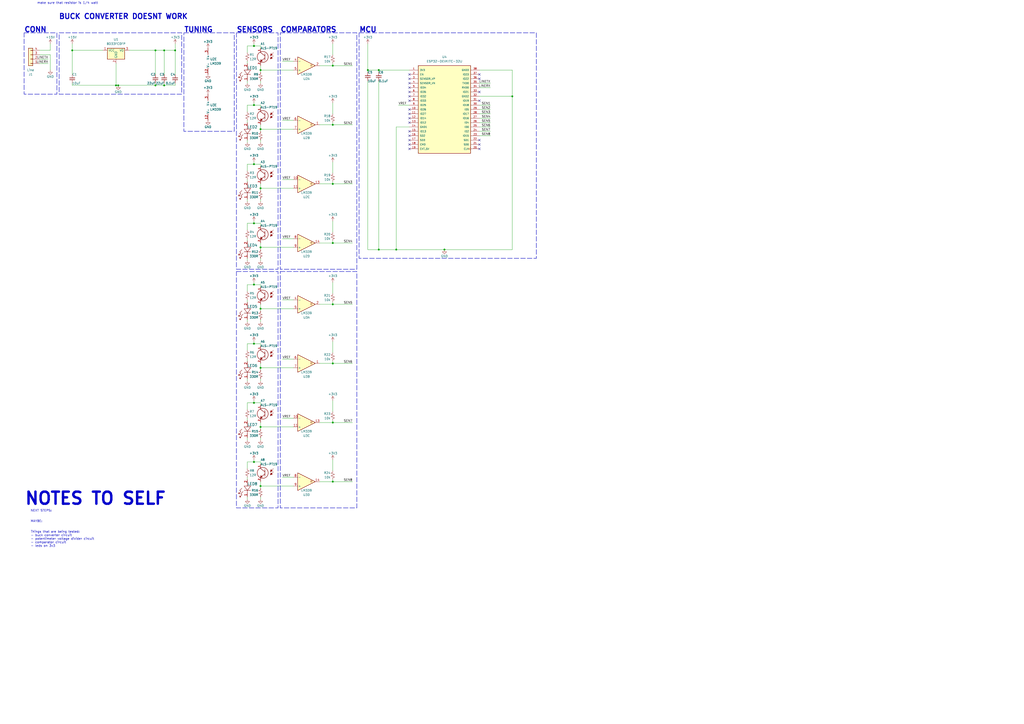
<source format=kicad_sch>
(kicad_sch (version 20231120) (generator "eeschema") (generator_version "8.0")
  (paper "A2")
  (title_block (title "LINE 3.0 PCB") (date "2023-09-02") (rev "3.0") (company "Team Silverback"))
  (lib_symbols
    (symbol "ALS-PT19-315C_L177_TR8:ALS-PT19-315C/L177/TR8" (pin_names (offset 1.016))
      (property "Reference" "A" (at -10.1556 5.0822 0))
      (property "Value" "ALS-PT19-315C{slash}L177{slash}TR8" (at -10.1508 -7.62 0))
      (symbol "ALS-PT19-315C/L177/TR8_0_0"
        (pin passive line (at 2.54 5.08 270) (length 2.54) (name "~") (number "1"))
        (pin passive line (at 2.54 -5.08 90) (length 2.54) (name "~") (number "2"))
      )
    )
    (symbol "Comparator:LM339" (pin_names (offset 0.127))
      (property "Reference" "U" (at 0 5.08 0))
      (property "Value" "LM339" (at 0 -5.08 0))
      (symbol "LM339_1_1"
        (pin open_collector line (at 7.62 0 180) (length 2.54) (name "~") (number "2"))
        (pin input line (at -7.62 -2.54 0) (length 2.54) (name "-") (number "4"))
        (pin input line (at -7.62 2.54 0) (length 2.54) (name "+") (number "5"))
      )
      (symbol "LM339_2_1"
        (pin open_collector line (at 7.62 0 180) (length 2.54) (name "~") (number "1"))
        (pin input line (at -7.62 -2.54 0) (length 2.54) (name "-") (number "6"))
        (pin input line (at -7.62 2.54 0) (length 2.54) (name "+") (number "7"))
      )
      (symbol "LM339_3_1"
        (pin input line (at -7.62 -2.54 0) (length 2.54) (name "-") (number "10"))
        (pin input line (at -7.62 2.54 0) (length 2.54) (name "+") (number "11"))
        (pin open_collector line (at 7.62 0 180) (length 2.54) (name "~") (number "13"))
      )
      (symbol "LM339_4_1"
        (pin open_collector line (at 7.62 0 180) (length 2.54) (name "~") (number "14"))
        (pin input line (at -7.62 -2.54 0) (length 2.54) (name "-") (number "8"))
        (pin input line (at -7.62 2.54 0) (length 2.54) (name "+") (number "9"))
      )
      (symbol "LM339_5_1"
        (pin power_in line (at -2.54 -7.62 90) (length 3.81) (name "V-") (number "12"))
        (pin power_in line (at -2.54 7.62 270) (length 3.81) (name "V+") (number "3"))
      )
    )
    (symbol "Connector_Generic:Conn_01x04" (pin_names (offset 1.016) hide)
      (property "Reference" "J" (at 0 5.08 0))
      (property "Value" "Conn_01x04" (at 0 -7.62 0))
      (symbol "Conn_01x04_1_1"
        (pin passive line (at -5.08 2.54 0) (length 3.81) (name "Pin_1") (number "1"))
        (pin passive line (at -5.08 0 0) (length 3.81) (name "Pin_2") (number "2"))
        (pin passive line (at -5.08 -2.54 0) (length 3.81) (name "Pin_3") (number "3"))
        (pin passive line (at -5.08 -5.08 0) (length 3.81) (name "Pin_4") (number "4"))
      )
    )
    (symbol "Device:C_Small" (pin_numbers hide) (pin_names (offset 0.254) hide)
      (property "Reference" "C" (at 0.254 1.778 0))
      (property "Value" "C_Small" (at 0.254 -2.032 0))
      (symbol "C_Small_1_1"
        (pin passive line (at 0 2.54 270) (length 2.032) (name "~") (number "1"))
        (pin passive line (at 0 -2.54 90) (length 2.032) (name "~") (number "2"))
      )
    )
    (symbol "Device:R_Small_US" (pin_numbers hide) (pin_names (offset 0.254) hide)
      (property "Reference" "R" (at 0.762 0.508 0))
      (property "Value" "R_Small_US" (at 0.762 -1.016 0))
      (symbol "R_Small_US_1_1"
        (pin passive line (at 0 2.54 270) (length 1.016) (name "~") (number "1"))
        (pin passive line (at 0 -2.54 90) (length 1.016) (name "~") (number "2"))
      )
    )
    (symbol "ESP32-DEVKITC-32U:ESP32-DEVKITC-32U" (pin_names (offset 1.016))
      (property "Reference" "U" (at -15.2572 26.0643 0))
      (property "Value" "ESP32-DEVKITC-32U" (at -15.2563 -27.9698 0))
      (symbol "ESP32-DEVKITC-32U_0_0"
        (pin power_in line (at -20.32 22.86 0) (length 5.08) (name "3V3") (number "1"))
        (pin bidirectional line (at -20.32 0 0) (length 5.08) (name "IO26") (number "10"))
        (pin bidirectional line (at -20.32 -2.54 0) (length 5.08) (name "IO27") (number "11"))
        (pin bidirectional line (at -20.32 -5.08 0) (length 5.08) (name "IO14") (number "12"))
        (pin bidirectional line (at -20.32 -7.62 0) (length 5.08) (name "IO12") (number "13"))
        (pin power_in line (at -20.32 -10.16 0) (length 5.08) (name "GND1") (number "14"))
        (pin bidirectional line (at -20.32 -12.7 0) (length 5.08) (name "IO13") (number "15"))
        (pin bidirectional line (at -20.32 -15.24 0) (length 5.08) (name "SD2") (number "16"))
        (pin bidirectional line (at -20.32 -17.78 0) (length 5.08) (name "SD3") (number "17"))
        (pin bidirectional line (at -20.32 -20.32 0) (length 5.08) (name "CMD") (number "18"))
        (pin power_in line (at -20.32 -22.86 0) (length 5.08) (name "EXT_5V") (number "19"))
        (pin input line (at -20.32 20.32 0) (length 5.08) (name "EN") (number "2"))
        (pin input clock (at 20.32 -22.86 180) (length 5.08) (name "CLK") (number "20"))
        (pin bidirectional line (at 20.32 -20.32 180) (length 5.08) (name "SD0") (number "21"))
        (pin bidirectional line (at 20.32 -17.78 180) (length 5.08) (name "SD1") (number "22"))
        (pin bidirectional line (at 20.32 -15.24 180) (length 5.08) (name "IO15") (number "23"))
        (pin bidirectional line (at 20.32 -12.7 180) (length 5.08) (name "IO2") (number "24"))
        (pin bidirectional line (at 20.32 -10.16 180) (length 5.08) (name "IO0") (number "25"))
        (pin bidirectional line (at 20.32 -7.62 180) (length 5.08) (name "IO4") (number "26"))
        (pin bidirectional line (at 20.32 -5.08 180) (length 5.08) (name "IO16") (number "27"))
        (pin bidirectional line (at 20.32 -2.54 180) (length 5.08) (name "IO17") (number "28"))
        (pin bidirectional line (at 20.32 0 180) (length 5.08) (name "IO5") (number "29"))
        (pin input line (at -20.32 17.78 0) (length 5.08) (name "SENSOR_VP") (number "3"))
        (pin bidirectional line (at 20.32 2.54 180) (length 5.08) (name "IO18") (number "30"))
        (pin bidirectional line (at 20.32 5.08 180) (length 5.08) (name "IO19") (number "31"))
        (pin power_in line (at 20.32 7.62 180) (length 5.08) (name "GND2") (number "32"))
        (pin bidirectional line (at 20.32 10.16 180) (length 5.08) (name "IO21") (number "33"))
        (pin input line (at 20.32 12.7 180) (length 5.08) (name "RXD0") (number "34"))
        (pin output line (at 20.32 15.24 180) (length 5.08) (name "TXD0") (number "35"))
        (pin bidirectional line (at 20.32 17.78 180) (length 5.08) (name "IO22") (number "36"))
        (pin bidirectional line (at 20.32 20.32 180) (length 5.08) (name "IO23") (number "37"))
        (pin power_in line (at 20.32 22.86 180) (length 5.08) (name "GND3") (number "38"))
        (pin input line (at -20.32 15.24 0) (length 5.08) (name "SENSOR_VN") (number "4"))
        (pin bidirectional line (at -20.32 12.7 0) (length 5.08) (name "IO34") (number "5"))
        (pin bidirectional line (at -20.32 10.16 0) (length 5.08) (name "IO35") (number "6"))
        (pin bidirectional line (at -20.32 7.62 0) (length 5.08) (name "IO32") (number "7"))
        (pin bidirectional line (at -20.32 5.08 0) (length 5.08) (name "IO33") (number "8"))
        (pin bidirectional line (at -20.32 2.54 0) (length 5.08) (name "IO25") (number "9"))
      )
    )
    (symbol "JB2835AWT-W-U30GA0000-N0000001:JB2835AWT-W-U30GA0000-N0000001" (pin_names (offset 0.254))
      (property "Reference" "LED" (at 5.08 -4.445 0))
      (property "Value" "JB2835AWT-W-U30GA0000-N0000001" (at 5.08 -7.62 0))
      (symbol "JB2835AWT-W-U30GA0000-N0000001_1_1"
        (pin unspecified line (at 10.16 0 180) (length 2.54) (name "") (number "1"))
        (pin unspecified line (at 0 0 0) (length 2.54) (name "") (number "2"))
      )
      (symbol "JB2835AWT-W-U30GA0000-N0000001_1_2"
        (pin unspecified line (at 0 10.16 270) (length 2.54) (name "") (number "1"))
        (pin unspecified line (at 0 0 90) (length 2.54) (name "") (number "2"))
      )
    )
    (symbol "Regulator_Linear:BD33FC0FP"
      (property "Reference" "U" (at 0 7.62 0))
      (property "Value" "BD33FC0FP" (at 0 5.08 0))
      (symbol "BD33FC0FP_1_1"
        (pin power_in line (at -7.62 0 0) (length 2.54) (name "VCC") (number "1"))
        (pin power_in line (at 0 -7.62 90) (length 2.54) (name "GND") (number "2"))
        (pin power_out line (at 7.62 0 180) (length 2.54) (name "VO") (number "3"))
      )
    )
    (symbol "power:+15V" (power) (pin_names (offset 0))
      (property "Value" "+15V" (at 0 3.556 0))
      (symbol "+15V_1_1"
        (pin power_in line (at 0 0 90) (length 0) hide (name "+15V") (number "1"))
      )
    )
    (symbol "power:+3V3" (power) (pin_names (offset 0))
      (property "Value" "+3V3" (at 0 3.556 0))
      (symbol "+3V3_1_1"
        (pin power_in line (at 0 0 90) (length 0) hide (name "+3V3") (number "1"))
      )
    )
    (symbol "power:GND" (power) (pin_names (offset 0))
      (property "Value" "GND" (at 0 -3.81 0))
      (symbol "GND_1_1"
        (pin power_in line (at 0 0 270) (length 0) hide (name "GND") (number "1"))
      )
    )
  )
  (junction (at 67.31 49.53))
  (junction (at 151.13 247.65))
  (junction (at 219.71 144.78))
  (junction (at 151.13 74.93))
  (junction (at 257.81 144.78))
  (junction (at 193.04 210.82))
  (junction (at 193.04 72.39))
  (junction (at 193.04 106.68))
  (junction (at 147.32 26.67))
  (junction (at 193.04 279.4))
  (junction (at 193.04 245.11))
  (junction (at 147.32 129.54))
  (junction (at 297.18 55.88))
  (junction (at 147.32 165.1))
  (junction (at 90.17 29.21))
  (junction (at 101.6 29.21))
  (junction (at 147.32 199.39))
  (junction (at 229.87 144.78))
  (junction (at 68.58 49.53))
  (junction (at 151.13 40.64))
  (junction (at 90.17 49.53))
  (junction (at 151.13 109.22))
  (junction (at 213.36 40.64))
  (junction (at 151.13 213.36))
  (junction (at 193.04 176.53))
  (junction (at 147.32 233.68))
  (junction (at 95.25 29.21))
  (junction (at 95.25 49.53))
  (junction (at 147.32 267.97))
  (junction (at 147.32 60.96))
  (junction (at 151.13 143.51))
  (junction (at 219.71 40.64))
  (junction (at 147.32 95.25))
  (junction (at 193.04 38.1))
  (junction (at 151.13 281.94))
  (junction (at 193.04 140.97))
  (junction (at 151.13 179.07))
  (junction (at 41.91 29.21))
  (no_connect (at 237.49 43.18))
  (no_connect (at 278.13 86.36))
  (no_connect (at 237.49 48.26))
  (no_connect (at 237.49 58.42))
  (no_connect (at 237.49 53.34))
  (no_connect (at 237.49 78.74))
  (no_connect (at 278.13 43.18))
  (no_connect (at 237.49 68.58))
  (no_connect (at 278.13 81.28))
  (no_connect (at 237.49 55.88))
  (no_connect (at 237.49 81.28))
  (no_connect (at 237.49 86.36))
  (no_connect (at 237.49 66.04))
  (no_connect (at 278.13 58.42))
  (no_connect (at 237.49 45.72))
  (no_connect (at 278.13 53.34))
  (no_connect (at 237.49 83.82))
  (no_connect (at 237.49 50.8))
  (no_connect (at 237.49 71.12))
  (no_connect (at 278.13 83.82))
  (no_connect (at 237.49 76.2))
  (no_connect (at 278.13 45.72))
  (no_connect (at 237.49 63.5))
  (wire (pts (xy 213.36 25.4) (xy 213.36 40.64)))
  (wire (pts (xy 143.51 138.43) (xy 143.51 139.7)))
  (wire (pts (xy 163.83 35.56) (xy 170.18 35.56)))
  (wire (pts (xy 143.51 60.96) (xy 143.51 64.77)))
  (wire (pts (xy 41.91 25.4) (xy 41.91 29.21)))
  (wire (pts (xy 151.13 219.71) (xy 151.13 220.98)))
  (wire (pts (xy 147.32 95.25) (xy 147.32 93.98)))
  (wire (pts (xy 143.51 242.57) (xy 143.51 243.84)))
  (wire (pts (xy 219.71 144.78) (xy 229.87 144.78)))
  (wire (pts (xy 67.31 36.83) (xy 67.31 49.53)))
  (wire (pts (xy 143.51 254) (xy 143.51 255.27)))
  (wire (pts (xy 229.87 73.66) (xy 229.87 144.78)))
  (wire (pts (xy 143.51 104.14) (xy 143.51 105.41)))
  (wire (pts (xy 143.51 276.86) (xy 143.51 278.13)))
  (wire (pts (xy 151.13 74.93) (xy 151.13 76.2)))
  (wire (pts (xy 151.13 267.97) (xy 151.13 269.24)))
  (wire (pts (xy 219.71 46.99) (xy 219.71 144.78)))
  (wire (pts (xy 143.51 35.56) (xy 143.51 36.83)))
  (wire (pts (xy 41.91 29.21) (xy 41.91 43.18)))
  (wire (pts (xy 29.21 31.75) (xy 22.86 31.75)))
  (wire (pts (xy 185.42 106.68) (xy 193.04 106.68)))
  (wire (pts (xy 143.51 46.99) (xy 143.51 48.26)))
  (wire (pts (xy 143.51 95.25) (xy 147.32 95.25)))
  (wire (pts (xy 151.13 81.28) (xy 151.13 82.55)))
  (wire (pts (xy 151.13 199.39) (xy 151.13 200.66)))
  (wire (pts (xy 143.51 165.1) (xy 143.51 168.91)))
  (wire (pts (xy 163.83 276.86) (xy 170.18 276.86)))
  (wire (pts (xy 151.13 281.94) (xy 151.13 283.21)))
  (wire (pts (xy 95.25 49.53) (xy 90.17 49.53)))
  (wire (pts (xy 237.49 60.96) (xy 231.14 60.96)))
  (wire (pts (xy 143.51 149.86) (xy 143.51 151.13)))
  (wire (pts (xy 151.13 74.93) (xy 170.18 74.93)))
  (wire (pts (xy 284.48 68.58) (xy 278.13 68.58)))
  (wire (pts (xy 147.32 267.97) (xy 151.13 267.97)))
  (wire (pts (xy 151.13 254) (xy 151.13 255.27)))
  (wire (pts (xy 213.36 46.99) (xy 213.36 144.78)))
  (wire (pts (xy 147.32 26.67) (xy 151.13 26.67)))
  (wire (pts (xy 101.6 29.21) (xy 101.6 43.18)))
  (wire (pts (xy 143.51 115.57) (xy 143.51 116.84)))
  (wire (pts (xy 151.13 247.65) (xy 151.13 245.11)))
  (wire (pts (xy 193.04 105.41) (xy 193.04 106.68)))
  (wire (pts (xy 193.04 278.13) (xy 193.04 279.4)))
  (wire (pts (xy 147.32 95.25) (xy 151.13 95.25)))
  (wire (pts (xy 193.04 245.11) (xy 204.47 245.11)))
  (wire (pts (xy 143.51 267.97) (xy 147.32 267.97)))
  (wire (pts (xy 90.17 48.26) (xy 90.17 49.53)))
  (wire (pts (xy 193.04 128.27) (xy 193.04 134.62)))
  (wire (pts (xy 284.48 71.12) (xy 278.13 71.12)))
  (wire (pts (xy 74.93 29.21) (xy 90.17 29.21)))
  (wire (pts (xy 151.13 143.51) (xy 151.13 140.97)))
  (wire (pts (xy 278.13 40.64) (xy 297.18 40.64)))
  (wire (pts (xy 185.42 210.82) (xy 193.04 210.82)))
  (wire (pts (xy 284.48 48.26) (xy 278.13 48.26)))
  (wire (pts (xy 193.04 140.97) (xy 204.47 140.97)))
  (wire (pts (xy 151.13 74.93) (xy 151.13 72.39)))
  (wire (pts (xy 147.32 26.67) (xy 147.32 25.4)))
  (wire (pts (xy 143.51 233.68) (xy 143.51 237.49)))
  (wire (pts (xy 193.04 59.69) (xy 193.04 66.04)))
  (wire (pts (xy 151.13 46.99) (xy 151.13 48.26)))
  (wire (pts (xy 151.13 115.57) (xy 151.13 116.84)))
  (wire (pts (xy 151.13 26.67) (xy 151.13 27.94)))
  (wire (pts (xy 41.91 49.53) (xy 67.31 49.53)))
  (wire (pts (xy 278.13 63.5) (xy 284.48 63.5)))
  (wire (pts (xy 29.21 25.4) (xy 29.21 29.21)))
  (wire (pts (xy 163.83 69.85) (xy 170.18 69.85)))
  (wire (pts (xy 151.13 213.36) (xy 151.13 210.82)))
  (wire (pts (xy 284.48 76.2) (xy 278.13 76.2)))
  (wire (pts (xy 90.17 29.21) (xy 95.25 29.21)))
  (wire (pts (xy 151.13 129.54) (xy 151.13 130.81)))
  (wire (pts (xy 95.25 29.21) (xy 95.25 43.18)))
  (wire (pts (xy 213.36 40.64) (xy 219.71 40.64)))
  (wire (pts (xy 147.32 267.97) (xy 147.32 266.7)))
  (wire (pts (xy 213.36 40.64) (xy 213.36 41.91)))
  (wire (pts (xy 151.13 40.64) (xy 151.13 41.91)))
  (wire (pts (xy 151.13 109.22) (xy 170.18 109.22)))
  (wire (pts (xy 193.04 38.1) (xy 204.47 38.1)))
  (wire (pts (xy 143.51 288.29) (xy 143.51 289.56)))
  (wire (pts (xy 229.87 144.78) (xy 257.81 144.78)))
  (wire (pts (xy 143.51 26.67) (xy 147.32 26.67)))
  (wire (pts (xy 193.04 210.82) (xy 204.47 210.82)))
  (wire (pts (xy 193.04 163.83) (xy 193.04 170.18)))
  (wire (pts (xy 101.6 25.4) (xy 101.6 29.21)))
  (wire (pts (xy 163.83 208.28) (xy 170.18 208.28)))
  (wire (pts (xy 151.13 213.36) (xy 170.18 213.36)))
  (wire (pts (xy 284.48 50.8) (xy 278.13 50.8)))
  (wire (pts (xy 278.13 60.96) (xy 284.48 60.96)))
  (wire (pts (xy 95.25 48.26) (xy 95.25 49.53)))
  (wire (pts (xy 143.51 129.54) (xy 143.51 133.35)))
  (wire (pts (xy 163.83 242.57) (xy 170.18 242.57)))
  (wire (pts (xy 193.04 36.83) (xy 193.04 38.1)))
  (wire (pts (xy 193.04 243.84) (xy 193.04 245.11)))
  (wire (pts (xy 193.04 198.12) (xy 193.04 204.47)))
  (wire (pts (xy 143.51 129.54) (xy 147.32 129.54)))
  (wire (pts (xy 193.04 72.39) (xy 204.47 72.39)))
  (wire (pts (xy 193.04 232.41) (xy 193.04 238.76)))
  (wire (pts (xy 29.21 40.64) (xy 29.21 31.75)))
  (wire (pts (xy 147.32 129.54) (xy 147.32 128.27)))
  (wire (pts (xy 143.51 199.39) (xy 143.51 203.2)))
  (wire (pts (xy 151.13 281.94) (xy 170.18 281.94)))
  (wire (pts (xy 151.13 213.36) (xy 151.13 214.63)))
  (wire (pts (xy 151.13 247.65) (xy 151.13 248.92)))
  (wire (pts (xy 185.42 38.1) (xy 193.04 38.1)))
  (wire (pts (xy 68.58 49.53) (xy 90.17 49.53)))
  (wire (pts (xy 143.51 219.71) (xy 143.51 220.98)))
  (wire (pts (xy 193.04 176.53) (xy 204.47 176.53)))
  (wire (pts (xy 297.18 55.88) (xy 297.18 144.78)))
  (wire (pts (xy 185.42 245.11) (xy 193.04 245.11)))
  (wire (pts (xy 67.31 49.53) (xy 68.58 49.53)))
  (wire (pts (xy 163.83 138.43) (xy 170.18 138.43)))
  (wire (pts (xy 151.13 60.96) (xy 151.13 62.23)))
  (wire (pts (xy 185.42 279.4) (xy 193.04 279.4)))
  (wire (pts (xy 185.42 140.97) (xy 193.04 140.97)))
  (wire (pts (xy 147.32 60.96) (xy 151.13 60.96)))
  (wire (pts (xy 151.13 95.25) (xy 151.13 96.52)))
  (wire (pts (xy 278.13 55.88) (xy 297.18 55.88)))
  (wire (pts (xy 151.13 40.64) (xy 170.18 40.64)))
  (wire (pts (xy 147.32 233.68) (xy 151.13 233.68)))
  (wire (pts (xy 147.32 60.96) (xy 147.32 59.69)))
  (wire (pts (xy 193.04 266.7) (xy 193.04 273.05)))
  (wire (pts (xy 143.51 267.97) (xy 143.51 271.78)))
  (wire (pts (xy 185.42 72.39) (xy 193.04 72.39)))
  (wire (pts (xy 143.51 199.39) (xy 147.32 199.39)))
  (wire (pts (xy 151.13 233.68) (xy 151.13 234.95)))
  (wire (pts (xy 143.51 185.42) (xy 143.51 186.69)))
  (wire (pts (xy 151.13 288.29) (xy 151.13 289.56)))
  (wire (pts (xy 147.32 199.39) (xy 151.13 199.39)))
  (wire (pts (xy 219.71 40.64) (xy 237.49 40.64)))
  (wire (pts (xy 219.71 41.91) (xy 219.71 40.64)))
  (wire (pts (xy 151.13 281.94) (xy 151.13 279.4)))
  (wire (pts (xy 147.32 165.1) (xy 151.13 165.1)))
  (wire (pts (xy 284.48 66.04) (xy 278.13 66.04)))
  (wire (pts (xy 193.04 93.98) (xy 193.04 100.33)))
  (wire (pts (xy 193.04 106.68) (xy 204.47 106.68)))
  (wire (pts (xy 95.25 29.21) (xy 101.6 29.21)))
  (wire (pts (xy 151.13 247.65) (xy 170.18 247.65)))
  (wire (pts (xy 143.51 233.68) (xy 147.32 233.68)))
  (wire (pts (xy 151.13 185.42) (xy 151.13 186.69)))
  (wire (pts (xy 143.51 208.28) (xy 143.51 209.55)))
  (wire (pts (xy 193.04 71.12) (xy 193.04 72.39)))
  (wire (pts (xy 193.04 25.4) (xy 193.04 31.75)))
  (wire (pts (xy 284.48 73.66) (xy 278.13 73.66)))
  (wire (pts (xy 213.36 144.78) (xy 219.71 144.78)))
  (wire (pts (xy 151.13 40.64) (xy 151.13 38.1)))
  (wire (pts (xy 143.51 173.99) (xy 143.51 175.26)))
  (wire (pts (xy 193.04 279.4) (xy 204.47 279.4)))
  (wire (pts (xy 147.32 233.68) (xy 147.32 232.41)))
  (wire (pts (xy 163.83 173.99) (xy 170.18 173.99)))
  (wire (pts (xy 151.13 149.86) (xy 151.13 151.13)))
  (wire (pts (xy 193.04 175.26) (xy 193.04 176.53)))
  (wire (pts (xy 151.13 179.07) (xy 151.13 176.53)))
  (wire (pts (xy 185.42 176.53) (xy 193.04 176.53)))
  (wire (pts (xy 29.21 29.21) (xy 22.86 29.21)))
  (wire (pts (xy 143.51 165.1) (xy 147.32 165.1)))
  (wire (pts (xy 151.13 109.22) (xy 151.13 110.49)))
  (wire (pts (xy 95.25 49.53) (xy 101.6 49.53)))
  (wire (pts (xy 22.86 36.83) (xy 27.94 36.83)))
  (wire (pts (xy 143.51 60.96) (xy 147.32 60.96)))
  (wire (pts (xy 151.13 143.51) (xy 170.18 143.51)))
  (wire (pts (xy 163.83 104.14) (xy 170.18 104.14)))
  (wire (pts (xy 147.32 165.1) (xy 147.32 163.83)))
  (wire (pts (xy 143.51 26.67) (xy 143.51 30.48)))
  (wire (pts (xy 41.91 49.53) (xy 41.91 48.26)))
  (wire (pts (xy 151.13 179.07) (xy 151.13 180.34)))
  (wire (pts (xy 151.13 109.22) (xy 151.13 106.68)))
  (wire (pts (xy 41.91 29.21) (xy 59.69 29.21)))
  (wire (pts (xy 151.13 143.51) (xy 151.13 144.78)))
  (wire (pts (xy 147.32 129.54) (xy 151.13 129.54)))
  (wire (pts (xy 151.13 179.07) (xy 170.18 179.07)))
  (wire (pts (xy 147.32 199.39) (xy 147.32 198.12)))
  (wire (pts (xy 143.51 81.28) (xy 143.51 82.55)))
  (wire (pts (xy 90.17 29.21) (xy 90.17 43.18)))
  (wire (pts (xy 297.18 40.64) (xy 297.18 55.88)))
  (wire (pts (xy 193.04 139.7) (xy 193.04 140.97)))
  (wire (pts (xy 22.86 34.29) (xy 27.94 34.29)))
  (wire (pts (xy 193.04 209.55) (xy 193.04 210.82)))
  (wire (pts (xy 257.81 144.78) (xy 297.18 144.78)))
  (wire (pts (xy 143.51 95.25) (xy 143.51 99.06)))
  (wire (pts (xy 151.13 165.1) (xy 151.13 166.37)))
  (wire (pts (xy 284.48 78.74) (xy 278.13 78.74)))
  (wire (pts (xy 237.49 73.66) (xy 229.87 73.66)))
  (wire (pts (xy 101.6 48.26) (xy 101.6 49.53)))
  (wire (pts (xy 143.51 69.85) (xy 143.51 71.12)))
  (rectangle (start 34.29 19.05) (end 105.41 54.61) (stroke (width 0.254) (type dash)))
  (rectangle (start 162.56 157.48) (end 207.01 294.64) (stroke (width 0.254) (type dash)))
  (rectangle (start 13.97 19.05) (end 33.02 54.61) (stroke (width 0.254) (type dash)))
  (rectangle (start 137.16 157.48) (end 161.29 294.64) (stroke (width 0.254) (type dash)))
  (rectangle (start 162.56 19.05) (end 207.01 156.21) (stroke (width 0.254) (type dash)))
  (rectangle (start 137.16 19.05) (end 161.29 156.21) (stroke (width 0.254) (type dash)))
  (rectangle (start 106.68 19.05) (end 135.89 76.2) (stroke (width 0.254) (type dash)))
  (rectangle (start 208.28 19.05) (end 311.15 149.86) (stroke (width 0.254) (type dash)))
  (text "NOTES TO SELF" (at 13.97 293.37 0) (effects (font (size 7 7) (thickness 1.4) (bold yes)) (justify left bottom)))
  (text "NEXT STEPS:\n\n\nMAYBE:\n\n\nThings that are being tested:\n- buck converter circuit\n- potentimeter voltage divider circuit\n- comparator circuit\n- leds on 3v3" (at 17.78 317.5 0) (effects (font (size 1.27 1.27)) (justify left bottom)))
  (text "SENSORS" (at 137.16 19.05 0) (effects (font (size 3 3) (thickness 0.6) (bold yes)) (justify left bottom)))
  (text "TUNING" (at 106.68 19.05 0) (effects (font (size 3 3) (thickness 0.6) (bold yes)) (justify left bottom)))
  (text "make sure that resistor is 1/4 watt" (at 21.59 2.54 0) (effects (font (size 1.27 1.27)) (justify left bottom)))
  (text "CONN" (at 13.97 19.05 0) (effects (font (size 3 3) (thickness 0.6) (bold yes)) (justify left bottom)))
  (text "MCU " (at 208.28 19.05 0) (effects (font (size 3 3) (thickness 0.6) (bold yes)) (justify left bottom)))
  (text "BUCK CONVERTER DOESNT WORK" (at 34.036 11.43 0) (effects (font (size 3 3) (thickness 0.6) (bold yes)) (justify left bottom)))
  (text "COMPARATORS" (at 162.56 19.05 0) (effects (font (size 3 3) (thickness 0.6) (bold yes)) (justify left bottom)))
  (label "LINERX" (at 284.48 50.8 180))
  (label "SEN2" (at 284.48 63.5 180))
  (label "SEN2" (at 204.47 72.39 180))
  (label "VREF" (at 163.83 138.43 0))
  (label "SEN4" (at 284.48 68.58 180))
  (label "SEN5" (at 284.48 71.12 180))
  (label "VREF" (at 163.83 104.14 0))
  (label "SEN8" (at 204.47 279.4 180))
  (label "VREF" (at 231.14 60.96 0))
  (label "LINETX" (at 284.48 48.26 180))
  (label "VREF" (at 163.83 208.28 0))
  (label "SEN1" (at 204.47 38.1 180))
  (label "LINERX" (at 27.94 36.83 180))
  (label "SEN7" (at 284.48 76.2 180))
  (label "SEN5" (at 204.47 176.53 180))
  (label "VREF" (at 163.83 69.85 0))
  (label "SEN1" (at 284.48 60.96 180))
  (label "SEN3" (at 284.48 66.04 180))
  (label "SEN7" (at 204.47 245.11 180))
  (label "VREF" (at 163.83 276.86 0))
  (label "SEN6" (at 204.47 210.82 180))
  (label "SEN4" (at 204.47 140.97 180))
  (label "VREF" (at 163.83 35.56 0))
  (label "LINETX" (at 27.94 34.29 180))
  (label "SEN6" (at 284.48 73.66 180))
  (label "VREF" (at 163.83 242.57 0))
  (label "VREF" (at 163.83 173.99 0))
  (label "SEN8" (at 284.48 78.74 180))
  (label "SEN3" (at 204.47 106.68 180))
  (symbol (lib_id "Device:R_Small_US") (at 193.04 207.01 0) (mirror x) (unit 1)
    (property "Reference" "R22" (at 191.77 205.74 0) (effects (justify right)))
    (property "Value" "10k" (at 191.77 208.28 0) (effects (justify right)))
    (property "Footprint" "Resistor_SMD:R_0805_2012Metric" (effects (hide yes)))
  )
  (symbol (lib_id "JB2835AWT-W-U30GA0000-N0000001:JB2835AWT-W-U30GA0000-N0000001") (at 143.51 209.55 90) (mirror x) (unit 1)
    (property "Reference" "LED6" (at 143.51 212.09 90) (effects (font (size 1.524 1.524)) (justify right)))
    (property "Value" "JB2835AWT-W-U30GA0000-N0000001" (effects (hide yes)))
    (property "Footprint" "JB2835AWT-W-U30GA0000-N0000001:LED_J2835_CRW" (effects (hide yes)))
    (property "Datasheet" "JB2835AWT-W-U30GA0000-N0000001" (effects (hide yes)))
  )
  (symbol (lib_id "Device:C_Small") (at 213.36 44.45 0) (mirror x) (unit 1)
    (property "Reference" "C5" (at 213.36 41.91 0) (effects (justify left)))
    (property "Value" "10uF" (at 213.36 46.99 0) (effects (justify left)))
    (property "Footprint" "Capacitor_SMD:C_0805_2012Metric" (effects (hide yes)))
  )
  (symbol (lib_id "power:GND") (at 151.13 289.56 0) (unit 1)
    (property "Reference" "#PWR033" (effects (hide yes)))
    (property "Value" "GND" (at 151.13 293.37 0))
  )
  (symbol (lib_id "JB2835AWT-W-U30GA0000-N0000001:JB2835AWT-W-U30GA0000-N0000001") (at 143.51 36.83 90) (mirror x) (unit 1)
    (property "Reference" "LED1" (at 143.51 39.37 90) (effects (font (size 1.524 1.524)) (justify right)))
    (property "Value" "JB2835AWT-W-U30GA0000-N0000001" (effects (hide yes)))
    (property "Footprint" "JB2835AWT-W-U30GA0000-N0000001:LED_J2835_CRW" (effects (hide yes)))
    (property "Datasheet" "JB2835AWT-W-U30GA0000-N0000001" (effects (hide yes)))
  )
  (symbol (lib_id "power:+3V3") (at 147.32 198.12 0) (unit 1)
    (property "Reference" "#PWR023" (effects (hide yes)))
    (property "Value" "+3V3" (at 147.32 194.31 0))
  )
  (symbol (lib_id "power:GND") (at 151.13 82.55 0) (unit 1)
    (property "Reference" "#PWR027" (effects (hide yes)))
    (property "Value" "GND" (at 151.13 86.36 0))
  )
  (symbol (lib_id "ALS-PT19-315C_L177_TR8:ALS-PT19-315C/L177/TR8") (at 153.67 101.6 0) (mirror y) (unit 1)
    (property "Reference" "A3" (at 151.13 93.98 0) (effects (justify right)))
    (property "Value" "ALS-PT19" (at 151.13 96.52 0) (effects (justify right)))
    (property "Footprint" "ALS-PT19-315C_L177_TR8:XDCR_ALS-PT19-315C_L177_TR8" (effects (hide yes)))
    (property "MAXIMUM_PACKAGE_HEIGHT" "0.7 mm" (effects (hide yes)))
    (property "STANDARD" "Manufacturer Recommendations" (effects (hide yes)))
    (property "PARTREV" "5" (effects (hide yes)))
    (property "MANUFACTURER" "Everlight" (effects (hide yes)))
  )
  (symbol (lib_id "JB2835AWT-W-U30GA0000-N0000001:JB2835AWT-W-U30GA0000-N0000001") (at 143.51 243.84 90) (mirror x) (unit 1)
    (property "Reference" "LED7" (at 143.51 246.38 90) (effects (font (size 1.524 1.524)) (justify right)))
    (property "Value" "JB2835AWT-W-U30GA0000-N0000001" (effects (hide yes)))
    (property "Footprint" "JB2835AWT-W-U30GA0000-N0000001:LED_J2835_CRW" (effects (hide yes)))
    (property "Datasheet" "JB2835AWT-W-U30GA0000-N0000001" (effects (hide yes)))
  )
  (symbol (lib_id "Device:R_Small_US") (at 151.13 182.88 0) (mirror x) (unit 1)
    (property "Reference" "R13" (at 149.86 181.61 0) (effects (justify right)))
    (property "Value" "330R" (at 149.86 184.15 0) (effects (justify right)))
    (property "Footprint" "Resistor_SMD:R_0805_2012Metric" (effects (hide yes)))
  )
  (symbol (lib_id "Device:R_Small_US") (at 151.13 251.46 0) (mirror x) (unit 1)
    (property "Reference" "R15" (at 149.86 250.19 0) (effects (justify right)))
    (property "Value" "330R" (at 149.86 252.73 0) (effects (justify right)))
    (property "Footprint" "Resistor_SMD:R_0805_2012Metric" (effects (hide yes)))
  )
  (symbol (lib_id "power:GND") (at 151.13 220.98 0) (unit 1)
    (property "Reference" "#PWR031" (effects (hide yes)))
    (property "Value" "GND" (at 151.13 224.79 0))
  )
  (symbol (lib_id "JB2835AWT-W-U30GA0000-N0000001:JB2835AWT-W-U30GA0000-N0000001") (at 143.51 139.7 90) (mirror x) (unit 1)
    (property "Reference" "LED4" (at 143.51 142.24 90) (effects (font (size 1.524 1.524)) (justify right)))
    (property "Value" "JB2835AWT-W-U30GA0000-N0000001" (effects (hide yes)))
    (property "Footprint" "JB2835AWT-W-U30GA0000-N0000001:LED_J2835_CRW" (effects (hide yes)))
    (property "Datasheet" "JB2835AWT-W-U30GA0000-N0000001" (effects (hide yes)))
  )
  (symbol (lib_id "ALS-PT19-315C_L177_TR8:ALS-PT19-315C/L177/TR8") (at 153.67 33.02 0) (mirror y) (unit 1)
    (property "Reference" "A1" (at 151.13 25.4 0) (effects (justify right)))
    (property "Value" "ALS-PT19" (at 151.13 27.94 0) (effects (justify right)))
    (property "Footprint" "ALS-PT19-315C_L177_TR8:XDCR_ALS-PT19-315C_L177_TR8" (effects (hide yes)))
    (property "MAXIMUM_PACKAGE_HEIGHT" "0.7 mm" (effects (hide yes)))
    (property "STANDARD" "Manufacturer Recommendations" (effects (hide yes)))
    (property "PARTREV" "5" (effects (hide yes)))
    (property "MANUFACTURER" "Everlight" (effects (hide yes)))
  )
  (symbol (lib_id "Device:R_Small_US") (at 151.13 78.74 0) (mirror x) (unit 1)
    (property "Reference" "R10" (at 149.86 77.47 0) (effects (justify right)))
    (property "Value" "330R" (at 149.86 80.01 0) (effects (justify right)))
    (property "Footprint" "Resistor_SMD:R_0805_2012Metric" (effects (hide yes)))
  )
  (symbol (lib_id "Device:R_Small_US") (at 143.51 135.89 0) (unit 1)
    (property "Reference" "R4" (at 144.78 134.62 0) (effects (justify left)))
    (property "Value" "12R" (at 144.78 137.16 0) (effects (justify left)))
    (property "Footprint" "Resistor_SMD:R_0805_2012Metric" (effects (hide yes)))
  )
  (symbol (lib_id "Device:R_Small_US") (at 143.51 274.32 0) (unit 1)
    (property "Reference" "R8" (at 144.78 273.05 0) (effects (justify left)))
    (property "Value" "12R" (at 144.78 275.59 0) (effects (justify left)))
    (property "Footprint" "Resistor_SMD:R_0805_2012Metric" (effects (hide yes)))
  )
  (symbol (lib_id "Device:R_Small_US") (at 143.51 171.45 0) (unit 1)
    (property "Reference" "R5" (at 144.78 170.18 0) (effects (justify left)))
    (property "Value" "12R" (at 144.78 172.72 0) (effects (justify left)))
    (property "Footprint" "Resistor_SMD:R_0805_2012Metric" (effects (hide yes)))
  )
  (symbol (lib_id "power:+3V3") (at 193.04 198.12 0) (unit 1)
    (property "Reference" "#PWR039" (effects (hide yes)))
    (property "Value" "+3V3" (at 193.04 194.31 0))
  )
  (symbol (lib_id "Device:R_Small_US") (at 151.13 147.32 0) (mirror x) (unit 1)
    (property "Reference" "R12" (at 149.86 146.05 0) (effects (justify right)))
    (property "Value" "330R" (at 149.86 148.59 0) (effects (justify right)))
    (property "Footprint" "Resistor_SMD:R_0805_2012Metric" (effects (hide yes)))
  )
  (symbol (lib_id "Device:R_Small_US") (at 193.04 34.29 0) (mirror x) (unit 1)
    (property "Reference" "R17" (at 191.77 33.02 0) (effects (justify right)))
    (property "Value" "10k" (at 191.77 35.56 0) (effects (justify right)))
    (property "Footprint" "Resistor_SMD:R_0805_2012Metric" (effects (hide yes)))
  )
  (symbol (lib_id "power:GND") (at 257.81 144.78 0) (unit 1)
    (property "Reference" "#PWR043" (effects (hide yes)))
    (property "Value" "GND" (at 257.81 148.59 0))
  )
  (symbol (lib_id "ALS-PT19-315C_L177_TR8:ALS-PT19-315C/L177/TR8") (at 153.67 240.03 0) (mirror y) (unit 1)
    (property "Reference" "A7" (at 151.13 232.41 0) (effects (justify right)))
    (property "Value" "ALS-PT19" (at 151.13 234.95 0) (effects (justify right)))
    (property "Footprint" "ALS-PT19-315C_L177_TR8:XDCR_ALS-PT19-315C_L177_TR8" (effects (hide yes)))
    (property "MAXIMUM_PACKAGE_HEIGHT" "0.7 mm" (effects (hide yes)))
    (property "STANDARD" "Manufacturer Recommendations" (effects (hide yes)))
    (property "PARTREV" "5" (effects (hide yes)))
    (property "MANUFACTURER" "Everlight" (effects (hide yes)))
  )
  (symbol (lib_id "Device:C_Small") (at 219.71 44.45 0) (mirror x) (unit 1)
    (property "Reference" "C6" (at 219.71 41.91 0) (effects (justify left)))
    (property "Value" "0.1uF" (at 219.71 46.99 0) (effects (justify left)))
    (property "Footprint" "Capacitor_SMD:C_0805_2012Metric" (effects (hide yes)))
  )
  (symbol (lib_id "power:GND") (at 151.13 255.27 0) (unit 1)
    (property "Reference" "#PWR032" (effects (hide yes)))
    (property "Value" "GND" (at 151.13 259.08 0))
  )
  (symbol (lib_id "Device:R_Small_US") (at 143.51 67.31 0) (unit 1)
    (property "Reference" "R2" (at 144.78 66.04 0) (effects (justify left)))
    (property "Value" "12R" (at 144.78 68.58 0) (effects (justify left)))
    (property "Footprint" "Resistor_SMD:R_0805_2012Metric" (effects (hide yes)))
  )
  (symbol (lib_id "Device:R_Small_US") (at 143.51 240.03 0) (unit 1)
    (property "Reference" "R7" (at 144.78 238.76 0) (effects (justify left)))
    (property "Value" "12R" (at 144.78 241.3 0) (effects (justify left)))
    (property "Footprint" "Resistor_SMD:R_0805_2012Metric" (effects (hide yes)))
  )
  (symbol (lib_id "Comparator:LM339") (at 177.8 176.53 0) (mirror x) (unit 1)
    (property "Reference" "U3" (at 177.8 184.15 0))
    (property "Value" "LM339" (at 177.8 181.61 0))
    (property "Footprint" "digikey-footprints:TSSOP-14_W4.4mm" (effects (hide yes)))
    (property "Datasheet" "https://www.st.com/resource/en/datasheet/lm139.pdf" (effects (hide yes)))
  )
  (symbol (lib_id "power:GND") (at 143.51 82.55 0) (unit 1)
    (property "Reference" "#PWR011" (effects (hide yes)))
    (property "Value" "GND" (at 143.51 86.36 0))
  )
  (symbol (lib_id "Connector_Generic:Conn_01x04") (at 17.78 34.29 180) (unit 1)
    (property "Reference" "J1" (at 17.78 43.18 0))
    (property "Value" "Line" (at 17.78 40.64 0))
    (property "Footprint" "Connector_JST:JST_XH_B4B-XH-A_1x04_P2.50mm_Vertical" (effects (hide yes)))
  )
  (symbol (lib_id "power:+3V3") (at 147.32 232.41 0) (unit 1)
    (property "Reference" "#PWR024" (effects (hide yes)))
    (property "Value" "+3V3" (at 147.32 228.6 0))
  )
  (symbol (lib_id "Device:R_Small_US") (at 143.51 33.02 0) (unit 1)
    (property "Reference" "R1" (at 144.78 31.75 0) (effects (justify left)))
    (property "Value" "12R" (at 144.78 34.29 0) (effects (justify left)))
    (property "Footprint" "Resistor_SMD:R_0805_2012Metric" (effects (hide yes)))
  )
  (symbol (lib_id "power:GND") (at 143.51 220.98 0) (unit 1)
    (property "Reference" "#PWR015" (effects (hide yes)))
    (property "Value" "GND" (at 143.51 224.79 0))
  )
  (symbol (lib_id "Device:C_Small") (at 90.17 45.72 180) (unit 1)
    (property "Reference" "C2" (at 90.17 43.18 0) (effects (justify left)))
    (property "Value" "22uF" (at 90.17 48.26 0) (effects (justify left)))
    (property "Footprint" "Capacitor_SMD:C_0805_2012Metric" (effects (hide yes)))
  )
  (symbol (lib_id "Comparator:LM339") (at 177.8 245.11 0) (mirror x) (unit 3)
    (property "Reference" "U3" (at 177.8 252.73 0))
    (property "Value" "LM339" (at 177.8 250.19 0))
    (property "Footprint" "digikey-footprints:TSSOP-14_W4.4mm" (effects (hide yes)))
    (property "Datasheet" "https://www.st.com/resource/en/datasheet/lm139.pdf" (effects (hide yes)))
  )
  (symbol (lib_id "power:GND") (at 143.51 116.84 0) (unit 1)
    (property "Reference" "#PWR012" (effects (hide yes)))
    (property "Value" "GND" (at 143.51 120.65 0))
  )
  (symbol (lib_id "ALS-PT19-315C_L177_TR8:ALS-PT19-315C/L177/TR8") (at 153.67 171.45 0) (mirror y) (unit 1)
    (property "Reference" "A5" (at 151.13 163.83 0) (effects (justify right)))
    (property "Value" "ALS-PT19" (at 151.13 166.37 0) (effects (justify right)))
    (property "Footprint" "ALS-PT19-315C_L177_TR8:XDCR_ALS-PT19-315C_L177_TR8" (effects (hide yes)))
    (property "MAXIMUM_PACKAGE_HEIGHT" "0.7 mm" (effects (hide yes)))
    (property "STANDARD" "Manufacturer Recommendations" (effects (hide yes)))
    (property "PARTREV" "5" (effects (hide yes)))
    (property "MANUFACTURER" "Everlight" (effects (hide yes)))
  )
  (symbol (lib_id "power:+3V3") (at 147.32 128.27 0) (unit 1)
    (property "Reference" "#PWR021" (effects (hide yes)))
    (property "Value" "+3V3" (at 147.32 124.46 0))
  )
  (symbol (lib_id "Device:R_Small_US") (at 151.13 285.75 0) (mirror x) (unit 1)
    (property "Reference" "R16" (at 149.86 284.48 0) (effects (justify right)))
    (property "Value" "330R" (at 149.86 287.02 0) (effects (justify right)))
    (property "Footprint" "Resistor_SMD:R_0805_2012Metric" (effects (hide yes)))
  )
  (symbol (lib_id "power:+3V3") (at 147.32 59.69 0) (unit 1)
    (property "Reference" "#PWR019" (effects (hide yes)))
    (property "Value" "+3V3" (at 147.32 55.88 0))
  )
  (symbol (lib_id "ALS-PT19-315C_L177_TR8:ALS-PT19-315C/L177/TR8") (at 153.67 67.31 0) (mirror y) (unit 1)
    (property "Reference" "A2" (at 151.13 59.69 0) (effects (justify right)))
    (property "Value" "ALS-PT19" (at 151.13 62.23 0) (effects (justify right)))
    (property "Footprint" "ALS-PT19-315C_L177_TR8:XDCR_ALS-PT19-315C_L177_TR8" (effects (hide yes)))
    (property "MAXIMUM_PACKAGE_HEIGHT" "0.7 mm" (effects (hide yes)))
    (property "STANDARD" "Manufacturer Recommendations" (effects (hide yes)))
    (property "PARTREV" "5" (effects (hide yes)))
    (property "MANUFACTURER" "Everlight" (effects (hide yes)))
  )
  (symbol (lib_id "power:+3V3") (at 101.6 25.4 0) (unit 1)
    (property "Reference" "#PWR05" (effects (hide yes)))
    (property "Value" "+3V3" (at 101.6 21.59 0))
  )
  (symbol (lib_id "Device:C_Small") (at 41.91 45.72 0) (mirror x) (unit 1)
    (property "Reference" "C1" (at 41.91 43.18 0) (effects (justify left)))
    (property "Value" "10uF" (at 41.91 48.26 0) (effects (justify left)))
    (property "Footprint" "Capacitor_SMD:C_0805_2012Metric" (effects (hide yes)))
  )
  (symbol (lib_id "Device:R_Small_US") (at 193.04 172.72 0) (mirror x) (unit 1)
    (property "Reference" "R21" (at 191.77 171.45 0) (effects (justify right)))
    (property "Value" "10k" (at 191.77 173.99 0) (effects (justify right)))
    (property "Footprint" "Resistor_SMD:R_0805_2012Metric" (effects (hide yes)))
  )
  (symbol (lib_id "power:+3V3") (at 147.32 266.7 0) (unit 1)
    (property "Reference" "#PWR025" (effects (hide yes)))
    (property "Value" "+3V3" (at 147.32 262.89 0))
  )
  (symbol (lib_id "Device:R_Small_US") (at 151.13 44.45 0) (mirror x) (unit 1)
    (property "Reference" "R9" (at 149.86 43.18 0) (effects (justify right)))
    (property "Value" "330R" (at 149.86 45.72 0) (effects (justify right)))
    (property "Footprint" "Resistor_SMD:R_0805_2012Metric" (effects (hide yes)))
  )
  (symbol (lib_id "Device:C_Small") (at 95.25 45.72 180) (unit 1)
    (property "Reference" "C3" (at 95.25 43.18 0) (effects (justify left)))
    (property "Value" "22uF" (at 95.25 48.26 0) (effects (justify left)))
    (property "Footprint" "Capacitor_SMD:C_0805_2012Metric" (effects (hide yes)))
  )
  (symbol (lib_id "power:+3V3") (at 193.04 128.27 0) (unit 1)
    (property "Reference" "#PWR037" (effects (hide yes)))
    (property "Value" "+3V3" (at 193.04 124.46 0))
  )
  (symbol (lib_id "Device:R_Small_US") (at 193.04 241.3 0) (mirror x) (unit 1)
    (property "Reference" "R23" (at 191.77 240.03 0) (effects (justify right)))
    (property "Value" "10k" (at 191.77 242.57 0) (effects (justify right)))
    (property "Footprint" "Resistor_SMD:R_0805_2012Metric" (effects (hide yes)))
  )
  (symbol (lib_id "power:+3V3") (at 213.36 25.4 0) (unit 1)
    (property "Reference" "#PWR042" (effects (hide yes)))
    (property "Value" "+3V3" (at 213.36 21.59 0))
  )
  (symbol (lib_id "power:+3V3") (at 120.65 54.61 0) (unit 1)
    (property "Reference" "#PWR08" (effects (hide yes)))
    (property "Value" "+3V3" (at 120.65 50.8 0))
  )
  (symbol (lib_id "power:GND") (at 68.58 49.53 0) (unit 1)
    (property "Reference" "#PWR04" (effects (hide yes)))
    (property "Value" "GND" (at 68.58 53.34 0))
  )
  (symbol (lib_id "power:GND") (at 143.51 48.26 0) (unit 1)
    (property "Reference" "#PWR010" (effects (hide yes)))
    (property "Value" "GND" (at 143.51 52.07 0))
  )
  (symbol (lib_id "power:GND") (at 143.51 151.13 0) (unit 1)
    (property "Reference" "#PWR013" (effects (hide yes)))
    (property "Value" "GND" (at 143.51 154.94 0))
  )
  (symbol (lib_id "Device:R_Small_US") (at 193.04 68.58 0) (mirror x) (unit 1)
    (property "Reference" "R18" (at 191.77 67.31 0) (effects (justify right)))
    (property "Value" "10k" (at 191.77 69.85 0) (effects (justify right)))
    (property "Footprint" "Resistor_SMD:R_0805_2012Metric" (effects (hide yes)))
  )
  (symbol (lib_id "power:+3V3") (at 193.04 93.98 0) (unit 1)
    (property "Reference" "#PWR036" (effects (hide yes)))
    (property "Value" "+3V3" (at 193.04 90.17 0))
  )
  (symbol (lib_id "ESP32-DEVKITC-32U:ESP32-DEVKITC-32U") (at 257.81 63.5 0) (unit 1)
    (property "Reference" "U4" (at 257.81 33.02 0))
    (property "Value" "ESP32-DEVKITC-32U" (at 257.81 35.56 0))
    (property "Footprint" "ESP32-DEVKITC-32U:MODULE_ESP32-DEVKITC-32U" (effects (hide yes)))
    (property "Description" "\nESP32-WROOM-32UE series Transceiver; 802.11 b/g/n (Wi-Fi, WiFi, WLAN), Bluetooth® Smart Ready 4.x Dual Mode Evaluation Board\n" (effects (hide yes)))
    (property "MF" "Espressif Systems" (effects (hide yes)))
    (property "Package" "CUSTOM-38 ESPRESSIF" (effects (hide yes)))
    (property "Price" "None" (effects (hide yes)))
    (property "Check_prices" "https://www.snapeda.com/parts/ESP32-DEVKITC-32U/Espressif+Systems/view-part/?ref=eda" (effects (hide yes)))
    (property "STANDARD" "Manufacturer Recommendations" (effects (hide yes)))
    (property "PARTREV" "N/A" (effects (hide yes)))
    (property "SnapEDA_Link" "https://www.snapeda.com/parts/ESP32-DEVKITC-32U/Espressif+Systems/view-part/?ref=snap" (effects (hide yes)))
    (property "MP" "ESP32-DEVKITC-32U" (effects (hide yes)))
    (property "Purchase-URL" "https://www.snapeda.com/api/url_track_click_mouser/?unipart_id=2781909&manufacturer=Espressif Systems&part_name=ESP32-DEVKITC-32U&search_term=None" (effects (hide yes)))
    (property "Availability" "In Stock" (effects (hide yes)))
    (property "MANUFACTURER" "ESPRESSIF" (effects (hide yes)))
  )
  (symbol (lib_id "power:+3V3") (at 147.32 163.83 0) (unit 1)
    (property "Reference" "#PWR022" (effects (hide yes)))
    (property "Value" "+3V3" (at 147.32 160.02 0))
  )
  (symbol (lib_id "power:+3V3") (at 193.04 25.4 0) (unit 1)
    (property "Reference" "#PWR034" (effects (hide yes)))
    (property "Value" "+3V3" (at 193.04 21.59 0))
  )
  (symbol (lib_id "JB2835AWT-W-U30GA0000-N0000001:JB2835AWT-W-U30GA0000-N0000001") (at 143.51 175.26 90) (mirror x) (unit 1)
    (property "Reference" "LED5" (at 143.51 177.8 90) (effects (font (size 1.524 1.524)) (justify right)))
    (property "Value" "JB2835AWT-W-U30GA0000-N0000001" (effects (hide yes)))
    (property "Footprint" "JB2835AWT-W-U30GA0000-N0000001:LED_J2835_CRW" (effects (hide yes)))
    (property "Datasheet" "JB2835AWT-W-U30GA0000-N0000001" (effects (hide yes)))
  )
  (symbol (lib_id "ALS-PT19-315C_L177_TR8:ALS-PT19-315C/L177/TR8") (at 153.67 274.32 0) (mirror y) (unit 1)
    (property "Reference" "A8" (at 151.13 266.7 0) (effects (justify right)))
    (property "Value" "ALS-PT19" (at 151.13 269.24 0) (effects (justify right)))
    (property "Footprint" "ALS-PT19-315C_L177_TR8:XDCR_ALS-PT19-315C_L177_TR8" (effects (hide yes)))
    (property "MAXIMUM_PACKAGE_HEIGHT" "0.7 mm" (effects (hide yes)))
    (property "STANDARD" "Manufacturer Recommendations" (effects (hide yes)))
    (property "PARTREV" "5" (effects (hide yes)))
    (property "MANUFACTURER" "Everlight" (effects (hide yes)))
  )
  (symbol (lib_id "power:+3V3") (at 193.04 59.69 0) (unit 1)
    (property "Reference" "#PWR035" (effects (hide yes)))
    (property "Value" "+3V3" (at 193.04 55.88 0))
  )
  (symbol (lib_id "power:+3V3") (at 193.04 163.83 0) (unit 1)
    (property "Reference" "#PWR038" (effects (hide yes)))
    (property "Value" "+3V3" (at 193.04 160.02 0))
  )
  (symbol (lib_id "Comparator:LM339") (at 177.8 210.82 0) (mirror x) (unit 2)
    (property "Reference" "U3" (at 177.8 218.44 0))
    (property "Value" "LM339" (at 177.8 215.9 0))
    (property "Footprint" "digikey-footprints:TSSOP-14_W4.4mm" (effects (hide yes)))
    (property "Datasheet" "https://www.st.com/resource/en/datasheet/lm139.pdf" (effects (hide yes)))
  )
  (symbol (lib_id "Device:R_Small_US") (at 193.04 137.16 0) (mirror x) (unit 1)
    (property "Reference" "R20" (at 191.77 135.89 0) (effects (justify right)))
    (property "Value" "10k" (at 191.77 138.43 0) (effects (justify right)))
    (property "Footprint" "Resistor_SMD:R_0805_2012Metric" (effects (hide yes)))
  )
  (symbol (lib_id "power:+15V") (at 29.21 25.4 0) (unit 1)
    (property "Reference" "#PWR01" (effects (hide yes)))
    (property "Value" "+15V" (at 29.21 21.59 0))
  )
  (symbol (lib_id "Device:R_Small_US") (at 193.04 275.59 0) (mirror x) (unit 1)
    (property "Reference" "R24" (at 191.77 274.32 0) (effects (justify right)))
    (property "Value" "10k" (at 191.77 276.86 0) (effects (justify right)))
    (property "Footprint" "Resistor_SMD:R_0805_2012Metric" (effects (hide yes)))
  )
  (symbol (lib_id "Comparator:LM339") (at 177.8 106.68 0) (mirror x) (unit 3)
    (property "Reference" "U2" (at 177.8 114.3 0))
    (property "Value" "LM339" (at 177.8 111.76 0))
    (property "Footprint" "digikey-footprints:TSSOP-14_W4.4mm" (effects (hide yes)))
    (property "Datasheet" "https://www.st.com/resource/en/datasheet/lm139.pdf" (effects (hide yes)))
  )
  (symbol (lib_id "Comparator:LM339") (at 177.8 279.4 0) (mirror x) (unit 4)
    (property "Reference" "U3" (at 177.8 287.02 0))
    (property "Value" "LM339" (at 177.8 284.48 0))
    (property "Footprint" "digikey-footprints:TSSOP-14_W4.4mm" (effects (hide yes)))
    (property "Datasheet" "https://www.st.com/resource/en/datasheet/lm139.pdf" (effects (hide yes)))
  )
  (symbol (lib_id "JB2835AWT-W-U30GA0000-N0000001:JB2835AWT-W-U30GA0000-N0000001") (at 143.51 105.41 90) (mirror x) (unit 1)
    (property "Reference" "LED3" (at 143.51 107.95 90) (effects (font (size 1.524 1.524)) (justify right)))
    (property "Value" "JB2835AWT-W-U30GA0000-N0000001" (effects (hide yes)))
    (property "Footprint" "JB2835AWT-W-U30GA0000-N0000001:LED_J2835_CRW" (effects (hide yes)))
    (property "Datasheet" "JB2835AWT-W-U30GA0000-N0000001" (effects (hide yes)))
  )
  (symbol (lib_id "power:GND") (at 151.13 186.69 0) (unit 1)
    (property "Reference" "#PWR030" (effects (hide yes)))
    (property "Value" "GND" (at 151.13 190.5 0))
  )
  (symbol (lib_id "power:+3V3") (at 147.32 93.98 0) (unit 1)
    (property "Reference" "#PWR020" (effects (hide yes)))
    (property "Value" "+3V3" (at 147.32 90.17 0))
  )
  (symbol (lib_id "power:GND") (at 29.21 40.64 0) (unit 1)
    (property "Reference" "#PWR02" (effects (hide yes)))
    (property "Value" "GND" (at 29.21 44.45 0))
  )
  (symbol (lib_id "power:GND") (at 151.13 48.26 0) (unit 1)
    (property "Reference" "#PWR026" (effects (hide yes)))
    (property "Value" "GND" (at 151.13 52.07 0))
  )
  (symbol (lib_id "Regulator_Linear:BD33FC0FP") (at 67.31 29.21 0) (unit 1)
    (property "Reference" "U1" (at 67.31 22.86 0))
    (property "Value" "BD33FC0FP" (at 67.31 25.4 0))
    (property "Footprint" "Package_TO_SOT_SMD:TO-252-2" (effects (hide yes)))
    (property "Datasheet" "https://fscdn.rohm.com/en/products/databook/datasheet/ic/power/linear_regulator/bdxxfc0wefj-e.pdf" (effects (hide yes)))
    (property "Description" "1A, 3.3V LDO regulator with OVP & TSP, without enable, TO-252" (effects (hide yes)))
  )
  (symbol (lib_id "power:GND") (at 120.65 69.85 0) (unit 1)
    (property "Reference" "#PWR09" (effects (hide yes)))
    (property "Value" "GND" (at 120.65 73.66 0))
  )
  (symbol (lib_id "ALS-PT19-315C_L177_TR8:ALS-PT19-315C/L177/TR8") (at 153.67 205.74 0) (mirror y) (unit 1)
    (property "Reference" "A6" (at 151.13 198.12 0) (effects (justify right)))
    (property "Value" "ALS-PT19" (at 151.13 200.66 0) (effects (justify right)))
    (property "Footprint" "ALS-PT19-315C_L177_TR8:XDCR_ALS-PT19-315C_L177_TR8" (effects (hide yes)))
    (property "MAXIMUM_PACKAGE_HEIGHT" "0.7 mm" (effects (hide yes)))
    (property "STANDARD" "Manufacturer Recommendations" (effects (hide yes)))
    (property "PARTREV" "5" (effects (hide yes)))
    (property "MANUFACTURER" "Everlight" (effects (hide yes)))
  )
  (symbol (lib_id "power:+3V3") (at 147.32 25.4 0) (unit 1)
    (property "Reference" "#PWR018" (effects (hide yes)))
    (property "Value" "+3V3" (at 147.32 21.59 0))
  )
  (symbol (lib_id "power:GND") (at 151.13 116.84 0) (unit 1)
    (property "Reference" "#PWR028" (effects (hide yes)))
    (property "Value" "GND" (at 151.13 120.65 0))
  )
  (symbol (lib_id "Comparator:LM339") (at 123.19 62.23 0) (unit 5)
    (property "Reference" "U3" (at 121.92 60.96 0) (effects (justify left)))
    (property "Value" "LM339" (at 121.92 63.5 0) (effects (justify left)))
    (property "Footprint" "digikey-footprints:TSSOP-14_W4.4mm" (effects (hide yes)))
    (property "Datasheet" "https://www.st.com/resource/en/datasheet/lm139.pdf" (effects (hide yes)))
  )
  (symbol (lib_id "power:+3V3") (at 193.04 266.7 0) (unit 1)
    (property "Reference" "#PWR041" (effects (hide yes)))
    (property "Value" "+3V3" (at 193.04 262.89 0))
  )
  (symbol (lib_id "Comparator:LM339") (at 177.8 72.39 0) (mirror x) (unit 2)
    (property "Reference" "U2" (at 177.8 80.01 0))
    (property "Value" "LM339" (at 177.8 77.47 0))
    (property "Footprint" "digikey-footprints:TSSOP-14_W4.4mm" (effects (hide yes)))
    (property "Datasheet" "https://www.st.com/resource/en/datasheet/lm139.pdf" (effects (hide yes)))
  )
  (symbol (lib_id "power:+15V") (at 41.91 25.4 0) (unit 1)
    (property "Reference" "#PWR03" (effects (hide yes)))
    (property "Value" "+15V" (at 41.91 21.59 0))
  )
  (symbol (lib_id "Device:R_Small_US") (at 143.51 205.74 0) (unit 1)
    (property "Reference" "R6" (at 144.78 204.47 0) (effects (justify left)))
    (property "Value" "12R" (at 144.78 207.01 0) (effects (justify left)))
    (property "Footprint" "Resistor_SMD:R_0805_2012Metric" (effects (hide yes)))
  )
  (symbol (lib_id "power:GND") (at 120.65 43.18 0) (unit 1)
    (property "Reference" "#PWR07" (effects (hide yes)))
    (property "Value" "GND" (at 120.65 46.99 0))
  )
  (symbol (lib_id "power:GND") (at 143.51 255.27 0) (unit 1)
    (property "Reference" "#PWR016" (effects (hide yes)))
    (property "Value" "GND" (at 143.51 259.08 0))
  )
  (symbol (lib_id "power:GND") (at 143.51 186.69 0) (unit 1)
    (property "Reference" "#PWR014" (effects (hide yes)))
    (property "Value" "GND" (at 143.51 190.5 0))
  )
  (symbol (lib_id "power:GND") (at 151.13 151.13 0) (unit 1)
    (property "Reference" "#PWR029" (effects (hide yes)))
    (property "Value" "GND" (at 151.13 154.94 0))
  )
  (symbol (lib_id "Device:R_Small_US") (at 193.04 102.87 0) (mirror x) (unit 1)
    (property "Reference" "R19" (at 191.77 101.6 0) (effects (justify right)))
    (property "Value" "10k" (at 191.77 104.14 0) (effects (justify right)))
    (property "Footprint" "Resistor_SMD:R_0805_2012Metric" (effects (hide yes)))
  )
  (symbol (lib_id "JB2835AWT-W-U30GA0000-N0000001:JB2835AWT-W-U30GA0000-N0000001") (at 143.51 71.12 90) (mirror x) (unit 1)
    (property "Reference" "LED2" (at 143.51 73.66 90) (effects (font (size 1.524 1.524)) (justify right)))
    (property "Value" "JB2835AWT-W-U30GA0000-N0000001" (effects (hide yes)))
    (property "Footprint" "JB2835AWT-W-U30GA0000-N0000001:LED_J2835_CRW" (effects (hide yes)))
    (property "Datasheet" "JB2835AWT-W-U30GA0000-N0000001" (effects (hide yes)))
  )
  (symbol (lib_id "JB2835AWT-W-U30GA0000-N0000001:JB2835AWT-W-U30GA0000-N0000001") (at 143.51 278.13 90) (mirror x) (unit 1)
    (property "Reference" "LED8" (at 143.51 280.67 90) (effects (font (size 1.524 1.524)) (justify right)))
    (property "Value" "JB2835AWT-W-U30GA0000-N0000001" (effects (hide yes)))
    (property "Footprint" "JB2835AWT-W-U30GA0000-N0000001:LED_J2835_CRW" (effects (hide yes)))
    (property "Datasheet" "JB2835AWT-W-U30GA0000-N0000001" (effects (hide yes)))
  )
  (symbol (lib_id "Comparator:LM339") (at 123.19 35.56 0) (unit 5)
    (property "Reference" "U2" (at 121.92 34.29 0) (effects (justify left)))
    (property "Value" "LM339" (at 121.92 36.83 0) (effects (justify left)))
    (property "Footprint" "digikey-footprints:TSSOP-14_W4.4mm" (effects (hide yes)))
    (property "Datasheet" "https://www.st.com/resource/en/datasheet/lm139.pdf" (effects (hide yes)))
  )
  (symbol (lib_id "Device:R_Small_US") (at 151.13 217.17 0) (mirror x) (unit 1)
    (property "Reference" "R14" (at 149.86 215.9 0) (effects (justify right)))
    (property "Value" "330R" (at 149.86 218.44 0) (effects (justify right)))
    (property "Footprint" "Resistor_SMD:R_0805_2012Metric" (effects (hide yes)))
  )
  (symbol (lib_id "power:GND") (at 143.51 289.56 0) (unit 1)
    (property "Reference" "#PWR017" (effects (hide yes)))
    (property "Value" "GND" (at 143.51 293.37 0))
  )
  (symbol (lib_id "Device:R_Small_US") (at 143.51 101.6 0) (unit 1)
    (property "Reference" "R3" (at 144.78 100.33 0) (effects (justify left)))
    (property "Value" "12R" (at 144.78 102.87 0) (effects (justify left)))
    (property "Footprint" "Resistor_SMD:R_0805_2012Metric" (effects (hide yes)))
  )
  (symbol (lib_id "Comparator:LM339") (at 177.8 38.1 0) (mirror x) (unit 1)
    (property "Reference" "U2" (at 177.8 45.72 0))
    (property "Value" "LM339" (at 177.8 43.18 0))
    (property "Footprint" "digikey-footprints:TSSOP-14_W4.4mm" (effects (hide yes)))
    (property "Datasheet" "https://www.st.com/resource/en/datasheet/lm139.pdf" (effects (hide yes)))
  )
  (symbol (lib_id "Device:R_Small_US") (at 151.13 113.03 0) (mirror x) (unit 1)
    (property "Reference" "R11" (at 149.86 111.76 0) (effects (justify right)))
    (property "Value" "330R" (at 149.86 114.3 0) (effects (justify right)))
    (property "Footprint" "Resistor_SMD:R_0805_2012Metric" (effects (hide yes)))
  )
  (symbol (lib_id "power:+3V3") (at 120.65 27.94 0) (unit 1)
    (property "Reference" "#PWR06" (effects (hide yes)))
    (property "Value" "+3V3" (at 120.65 24.13 0))
  )
  (symbol (lib_id "Device:C_Small") (at 101.6 45.72 180) (unit 1)
    (property "Reference" "C4" (at 101.6 43.18 0) (effects (justify left)))
    (property "Value" "0.1uF" (at 101.6 48.26 0) (effects (justify left)))
    (property "Footprint" "Capacitor_SMD:C_0805_2012Metric" (effects (hide yes)))
  )
  (symbol (lib_id "ALS-PT19-315C_L177_TR8:ALS-PT19-315C/L177/TR8") (at 153.67 135.89 0) (mirror y) (unit 1)
    (property "Reference" "A4" (at 151.13 128.27 0) (effects (justify right)))
    (property "Value" "ALS-PT19" (at 151.13 130.81 0) (effects (justify right)))
    (property "Footprint" "ALS-PT19-315C_L177_TR8:XDCR_ALS-PT19-315C_L177_TR8" (effects (hide yes)))
    (property "MAXIMUM_PACKAGE_HEIGHT" "0.7 mm" (effects (hide yes)))
    (property "STANDARD" "Manufacturer Recommendations" (effects (hide yes)))
    (property "PARTREV" "5" (effects (hide yes)))
    (property "MANUFACTURER" "Everlight" (effects (hide yes)))
  )
  (symbol (lib_id "Comparator:LM339") (at 177.8 140.97 0) (mirror x) (unit 4)
    (property "Reference" "U2" (at 177.8 148.59 0))
    (property "Value" "LM339" (at 177.8 146.05 0))
    (property "Footprint" "digikey-footprints:TSSOP-14_W4.4mm" (effects (hide yes)))
    (property "Datasheet" "https://www.st.com/resource/en/datasheet/lm139.pdf" (effects (hide yes)))
  )
  (symbol (lib_id "power:+3V3") (at 193.04 232.41 0) (unit 1)
    (property "Reference" "#PWR040" (effects (hide yes)))
    (property "Value" "+3V3" (at 193.04 228.6 0))
  )
)
</source>
